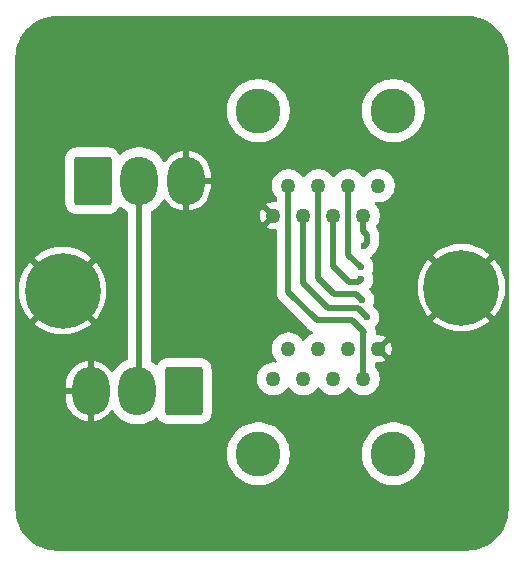
<source format=gbr>
%TF.GenerationSoftware,KiCad,Pcbnew,9.0.0*%
%TF.CreationDate,2025-04-07T00:56:54-07:00*%
%TF.ProjectId,Motor_quick_connect,4d6f746f-725f-4717-9569-636b5f636f6e,rev?*%
%TF.SameCoordinates,Original*%
%TF.FileFunction,Copper,L1,Top*%
%TF.FilePolarity,Positive*%
%FSLAX46Y46*%
G04 Gerber Fmt 4.6, Leading zero omitted, Abs format (unit mm)*
G04 Created by KiCad (PCBNEW 9.0.0) date 2025-04-07 00:56:54*
%MOMM*%
%LPD*%
G01*
G04 APERTURE LIST*
G04 Aperture macros list*
%AMRoundRect*
0 Rectangle with rounded corners*
0 $1 Rounding radius*
0 $2 $3 $4 $5 $6 $7 $8 $9 X,Y pos of 4 corners*
0 Add a 4 corners polygon primitive as box body*
4,1,4,$2,$3,$4,$5,$6,$7,$8,$9,$2,$3,0*
0 Add four circle primitives for the rounded corners*
1,1,$1+$1,$2,$3*
1,1,$1+$1,$4,$5*
1,1,$1+$1,$6,$7*
1,1,$1+$1,$8,$9*
0 Add four rect primitives between the rounded corners*
20,1,$1+$1,$2,$3,$4,$5,0*
20,1,$1+$1,$4,$5,$6,$7,0*
20,1,$1+$1,$6,$7,$8,$9,0*
20,1,$1+$1,$8,$9,$2,$3,0*%
G04 Aperture macros list end*
%TA.AperFunction,ComponentPad*%
%ADD10C,3.600000*%
%TD*%
%TA.AperFunction,ConnectorPad*%
%ADD11C,6.400000*%
%TD*%
%TA.AperFunction,ComponentPad*%
%ADD12RoundRect,0.250000X-1.330000X-1.800000X1.330000X-1.800000X1.330000X1.800000X-1.330000X1.800000X0*%
%TD*%
%TA.AperFunction,ComponentPad*%
%ADD13O,3.160000X4.100000*%
%TD*%
%TA.AperFunction,ComponentPad*%
%ADD14C,1.270000*%
%TD*%
%TA.AperFunction,ComponentPad*%
%ADD15C,3.810000*%
%TD*%
%TA.AperFunction,ComponentPad*%
%ADD16RoundRect,0.250000X1.330000X1.800000X-1.330000X1.800000X-1.330000X-1.800000X1.330000X-1.800000X0*%
%TD*%
%TA.AperFunction,ViaPad*%
%ADD17C,0.600000*%
%TD*%
%TA.AperFunction,Conductor*%
%ADD18C,0.500000*%
%TD*%
G04 APERTURE END LIST*
D10*
%TO.P,H2,1,1*%
%TO.N,GND*%
X75750000Y-57750000D03*
D11*
X75750000Y-57750000D03*
%TD*%
D12*
%TO.P,J3,1,Pin_1*%
%TO.N,/Sin0*%
X44530000Y-48675000D03*
D13*
%TO.P,J3,2,Pin_2*%
%TO.N,/Cos0*%
X48490000Y-48675000D03*
%TO.P,J3,3,Pin_3*%
%TO.N,GND*%
X52450000Y-48675000D03*
%TD*%
D14*
%TO.P,J4,1,1*%
%TO.N,+5V*%
X59837700Y-65461300D03*
%TO.P,J4,2,2*%
%TO.N,/C_A0*%
X61107700Y-62921300D03*
%TO.P,J4,3,3*%
%TO.N,/C_B0*%
X62377700Y-65461300D03*
%TO.P,J4,4,4*%
%TO.N,/C_I0*%
X63647700Y-62921300D03*
%TO.P,J4,5,5*%
%TO.N,/SEA_I0*%
X64917700Y-65461300D03*
%TO.P,J4,6,6*%
%TO.N,/SEA_A0*%
X66187700Y-62921300D03*
%TO.P,J4,7,7*%
%TO.N,/SEA_B0*%
X67457700Y-65461300D03*
%TO.P,J4,8,8*%
%TO.N,GND*%
X68727700Y-62921300D03*
D15*
%TO.P,J4,9*%
%TO.N,N/C*%
X58567700Y-71811300D03*
%TO.P,J4,10*%
X69997700Y-71811300D03*
%TD*%
D16*
%TO.P,J11,1,Pin_1*%
%TO.N,/Sin0*%
X52280000Y-66500000D03*
D13*
%TO.P,J11,2,Pin_2*%
%TO.N,/Cos0*%
X48320000Y-66500000D03*
%TO.P,J11,3,Pin_3*%
%TO.N,GND*%
X44360000Y-66500000D03*
%TD*%
D10*
%TO.P,H1,1,1*%
%TO.N,GND*%
X42000000Y-58000000D03*
D11*
X42000000Y-58000000D03*
%TD*%
D14*
%TO.P,J6,1,1*%
%TO.N,+5V*%
X68730000Y-49100000D03*
%TO.P,J6,2,2*%
%TO.N,/C_A0*%
X67460000Y-51640000D03*
%TO.P,J6,3,3*%
%TO.N,/C_B0*%
X66190000Y-49100000D03*
%TO.P,J6,4,4*%
%TO.N,/C_I0*%
X64920000Y-51640000D03*
%TO.P,J6,5,5*%
%TO.N,/SEA_I0*%
X63650000Y-49100000D03*
%TO.P,J6,6,6*%
%TO.N,/SEA_A0*%
X62380000Y-51640000D03*
%TO.P,J6,7,7*%
%TO.N,/SEA_B0*%
X61110000Y-49100000D03*
%TO.P,J6,8,8*%
%TO.N,GND*%
X59840000Y-51640000D03*
D15*
%TO.P,J6,9*%
%TO.N,N/C*%
X70000000Y-42750000D03*
%TO.P,J6,10*%
X58570000Y-42750000D03*
%TD*%
D17*
%TO.N,/C_A0*%
X67500000Y-54250000D03*
%TO.N,/C_B0*%
X67250000Y-56000000D03*
%TO.N,/C_I0*%
X67250000Y-57000000D03*
%TO.N,/SEA_A0*%
X67750000Y-60250000D03*
%TO.N,/SEA_I0*%
X67310662Y-58750000D03*
%TD*%
D18*
%TO.N,/C_A0*%
X67460000Y-51640000D02*
X67460000Y-52960000D01*
X67750000Y-53250000D02*
X67750000Y-54000000D01*
X67460000Y-52960000D02*
X67750000Y-53250000D01*
X67750000Y-54000000D02*
X67500000Y-54250000D01*
%TO.N,/C_B0*%
X67250000Y-56000000D02*
X66190000Y-54940000D01*
X66190000Y-54940000D02*
X66190000Y-49100000D01*
%TO.N,/C_I0*%
X66250000Y-57250000D02*
X64920000Y-55920000D01*
X67250000Y-57000000D02*
X67000000Y-57250000D01*
X67000000Y-57250000D02*
X66250000Y-57250000D01*
X64920000Y-55920000D02*
X64920000Y-51640000D01*
%TO.N,/Cos0*%
X48490000Y-48675000D02*
X48490000Y-66330000D01*
X48490000Y-66330000D02*
X48320000Y-66500000D01*
%TO.N,/SEA_A0*%
X62380000Y-57380000D02*
X62380000Y-51640000D01*
X67000000Y-59500000D02*
X64500000Y-59500000D01*
X67750000Y-60250000D02*
X67000000Y-59500000D01*
X64500000Y-59500000D02*
X62380000Y-57380000D01*
%TO.N,/SEA_B0*%
X67457700Y-61542300D02*
X67457700Y-65461300D01*
X61110000Y-58110000D02*
X61110000Y-49100000D01*
X67500000Y-61500000D02*
X66500000Y-60500000D01*
X67500000Y-61500000D02*
X67457700Y-61542300D01*
X63500000Y-60500000D02*
X61110000Y-58110000D01*
X66500000Y-60500000D02*
X63500000Y-60500000D01*
%TO.N,/SEA_I0*%
X63650000Y-56900000D02*
X63650000Y-49100000D01*
X66810662Y-58250000D02*
X65000000Y-58250000D01*
X65000000Y-58250000D02*
X63650000Y-56900000D01*
X67310662Y-58750000D02*
X66810662Y-58250000D01*
%TD*%
%TA.AperFunction,Conductor*%
%TO.N,GND*%
G36*
X76253032Y-34750648D02*
G01*
X76586929Y-34767052D01*
X76599037Y-34768245D01*
X76702146Y-34783539D01*
X76926699Y-34816849D01*
X76938617Y-34819219D01*
X77259951Y-34899709D01*
X77271588Y-34903240D01*
X77342806Y-34928722D01*
X77583467Y-35014832D01*
X77594688Y-35019479D01*
X77894163Y-35161120D01*
X77904871Y-35166844D01*
X78188988Y-35337137D01*
X78199106Y-35343897D01*
X78465170Y-35541224D01*
X78474576Y-35548944D01*
X78720013Y-35771395D01*
X78728604Y-35779986D01*
X78915755Y-35986475D01*
X78951055Y-36025423D01*
X78958775Y-36034829D01*
X79156102Y-36300893D01*
X79162862Y-36311011D01*
X79291776Y-36526092D01*
X79333148Y-36595116D01*
X79338885Y-36605848D01*
X79480514Y-36905297D01*
X79485170Y-36916540D01*
X79596759Y-37228411D01*
X79600292Y-37240055D01*
X79680777Y-37561369D01*
X79683151Y-37573305D01*
X79731754Y-37900962D01*
X79732947Y-37913071D01*
X79749351Y-38246966D01*
X79749500Y-38253051D01*
X79749500Y-76496948D01*
X79749351Y-76503033D01*
X79732947Y-76836928D01*
X79731754Y-76849037D01*
X79683151Y-77176694D01*
X79680777Y-77188630D01*
X79600292Y-77509944D01*
X79596759Y-77521588D01*
X79485170Y-77833459D01*
X79480514Y-77844702D01*
X79338885Y-78144151D01*
X79333148Y-78154883D01*
X79162862Y-78438988D01*
X79156102Y-78449106D01*
X78958775Y-78715170D01*
X78951055Y-78724576D01*
X78728611Y-78970006D01*
X78720006Y-78978611D01*
X78474576Y-79201055D01*
X78465170Y-79208775D01*
X78199106Y-79406102D01*
X78188988Y-79412862D01*
X77904883Y-79583148D01*
X77894151Y-79588885D01*
X77594702Y-79730514D01*
X77583459Y-79735170D01*
X77271588Y-79846759D01*
X77259944Y-79850292D01*
X76938630Y-79930777D01*
X76926694Y-79933151D01*
X76599037Y-79981754D01*
X76586928Y-79982947D01*
X76271989Y-79998419D01*
X76253031Y-79999351D01*
X76246949Y-79999500D01*
X41503051Y-79999500D01*
X41496968Y-79999351D01*
X41476900Y-79998365D01*
X41163071Y-79982947D01*
X41150962Y-79981754D01*
X40823305Y-79933151D01*
X40811369Y-79930777D01*
X40490055Y-79850292D01*
X40478411Y-79846759D01*
X40166540Y-79735170D01*
X40155301Y-79730515D01*
X39855844Y-79588883D01*
X39845121Y-79583150D01*
X39561011Y-79412862D01*
X39550893Y-79406102D01*
X39284829Y-79208775D01*
X39275423Y-79201055D01*
X39236475Y-79165755D01*
X39029986Y-78978604D01*
X39021395Y-78970013D01*
X38798944Y-78724576D01*
X38791224Y-78715170D01*
X38593897Y-78449106D01*
X38587137Y-78438988D01*
X38416844Y-78154871D01*
X38411120Y-78144163D01*
X38269479Y-77844688D01*
X38264829Y-77833459D01*
X38153240Y-77521588D01*
X38149707Y-77509944D01*
X38140958Y-77475015D01*
X38069219Y-77188617D01*
X38066848Y-77176694D01*
X38018245Y-76849037D01*
X38017052Y-76836927D01*
X38000649Y-76503032D01*
X38000500Y-76496948D01*
X38000500Y-71662165D01*
X55912200Y-71662165D01*
X55912200Y-71960434D01*
X55945593Y-72256801D01*
X55945595Y-72256813D01*
X56011964Y-72547597D01*
X56110472Y-72829118D01*
X56239880Y-73097836D01*
X56239882Y-73097839D01*
X56398566Y-73350383D01*
X56584527Y-73583571D01*
X56795429Y-73794473D01*
X57028617Y-73980434D01*
X57281161Y-74139118D01*
X57549883Y-74268528D01*
X57831402Y-74367035D01*
X57831404Y-74367035D01*
X57831405Y-74367036D01*
X58122186Y-74433405D01*
X58418565Y-74466799D01*
X58418566Y-74466800D01*
X58418570Y-74466800D01*
X58716834Y-74466800D01*
X58716834Y-74466799D01*
X59013214Y-74433405D01*
X59303995Y-74367036D01*
X59585517Y-74268528D01*
X59854239Y-74139118D01*
X60106783Y-73980434D01*
X60339971Y-73794473D01*
X60550873Y-73583571D01*
X60736834Y-73350383D01*
X60895518Y-73097839D01*
X61024928Y-72829117D01*
X61123436Y-72547595D01*
X61189805Y-72256814D01*
X61223200Y-71960430D01*
X61223200Y-71662170D01*
X61223199Y-71662165D01*
X67342200Y-71662165D01*
X67342200Y-71960434D01*
X67375593Y-72256801D01*
X67375595Y-72256813D01*
X67441964Y-72547597D01*
X67540472Y-72829118D01*
X67669880Y-73097836D01*
X67669882Y-73097839D01*
X67828566Y-73350383D01*
X68014527Y-73583571D01*
X68225429Y-73794473D01*
X68458617Y-73980434D01*
X68711161Y-74139118D01*
X68979883Y-74268528D01*
X69261402Y-74367035D01*
X69261404Y-74367035D01*
X69261405Y-74367036D01*
X69552186Y-74433405D01*
X69848565Y-74466799D01*
X69848566Y-74466800D01*
X69848570Y-74466800D01*
X70146834Y-74466800D01*
X70146834Y-74466799D01*
X70443214Y-74433405D01*
X70733995Y-74367036D01*
X71015517Y-74268528D01*
X71284239Y-74139118D01*
X71536783Y-73980434D01*
X71769971Y-73794473D01*
X71980873Y-73583571D01*
X72166834Y-73350383D01*
X72325518Y-73097839D01*
X72454928Y-72829117D01*
X72553436Y-72547595D01*
X72619805Y-72256814D01*
X72653200Y-71960430D01*
X72653200Y-71662170D01*
X72619805Y-71365786D01*
X72553436Y-71075005D01*
X72454928Y-70793483D01*
X72325518Y-70524761D01*
X72166834Y-70272217D01*
X71980873Y-70039029D01*
X71769971Y-69828127D01*
X71536783Y-69642166D01*
X71284239Y-69483482D01*
X71284236Y-69483480D01*
X71015518Y-69354072D01*
X70733996Y-69255564D01*
X70733998Y-69255564D01*
X70515909Y-69205787D01*
X70443214Y-69189195D01*
X70443210Y-69189194D01*
X70443201Y-69189193D01*
X70146834Y-69155800D01*
X70146830Y-69155800D01*
X69848570Y-69155800D01*
X69848566Y-69155800D01*
X69552198Y-69189193D01*
X69552186Y-69189195D01*
X69261402Y-69255564D01*
X68979881Y-69354072D01*
X68711163Y-69483480D01*
X68458618Y-69642165D01*
X68225429Y-69828126D01*
X68014526Y-70039029D01*
X67828565Y-70272218D01*
X67669880Y-70524763D01*
X67540472Y-70793481D01*
X67441964Y-71075002D01*
X67375595Y-71365786D01*
X67375593Y-71365798D01*
X67342200Y-71662165D01*
X61223199Y-71662165D01*
X61189805Y-71365786D01*
X61123436Y-71075005D01*
X61024928Y-70793483D01*
X60895518Y-70524761D01*
X60736834Y-70272217D01*
X60550873Y-70039029D01*
X60339971Y-69828127D01*
X60106783Y-69642166D01*
X59854239Y-69483482D01*
X59854236Y-69483480D01*
X59585518Y-69354072D01*
X59303996Y-69255564D01*
X59303998Y-69255564D01*
X59085909Y-69205787D01*
X59013214Y-69189195D01*
X59013210Y-69189194D01*
X59013201Y-69189193D01*
X58716834Y-69155800D01*
X58716830Y-69155800D01*
X58418570Y-69155800D01*
X58418566Y-69155800D01*
X58122198Y-69189193D01*
X58122186Y-69189195D01*
X57831402Y-69255564D01*
X57549881Y-69354072D01*
X57281163Y-69483480D01*
X57028618Y-69642165D01*
X56795429Y-69828126D01*
X56584526Y-70039029D01*
X56398565Y-70272218D01*
X56239880Y-70524763D01*
X56110472Y-70793481D01*
X56011964Y-71075002D01*
X55945595Y-71365786D01*
X55945593Y-71365798D01*
X55912200Y-71662165D01*
X38000500Y-71662165D01*
X38000500Y-57818234D01*
X38300000Y-57818234D01*
X38300000Y-58181765D01*
X38335632Y-58543556D01*
X38406550Y-58900090D01*
X38406553Y-58900101D01*
X38512086Y-59247997D01*
X38651207Y-59583864D01*
X38651209Y-59583869D01*
X38822570Y-59904462D01*
X38822581Y-59904480D01*
X39024551Y-60206750D01*
X39211678Y-60434765D01*
X39211679Y-60434766D01*
X40705747Y-58940697D01*
X40779588Y-59042330D01*
X40957670Y-59220412D01*
X41059301Y-59294251D01*
X39565232Y-60788319D01*
X39565233Y-60788320D01*
X39793249Y-60975448D01*
X40095519Y-61177418D01*
X40095537Y-61177429D01*
X40416130Y-61348790D01*
X40416135Y-61348792D01*
X40752002Y-61487913D01*
X41099898Y-61593446D01*
X41099909Y-61593449D01*
X41456443Y-61664367D01*
X41818234Y-61700000D01*
X42181766Y-61700000D01*
X42543556Y-61664367D01*
X42900090Y-61593449D01*
X42900101Y-61593446D01*
X43247997Y-61487913D01*
X43583864Y-61348792D01*
X43583869Y-61348790D01*
X43904462Y-61177429D01*
X43904480Y-61177418D01*
X44206736Y-60975457D01*
X44206750Y-60975447D01*
X44434765Y-60788320D01*
X44434766Y-60788319D01*
X42940698Y-59294251D01*
X43042330Y-59220412D01*
X43220412Y-59042330D01*
X43294251Y-58940698D01*
X44788319Y-60434766D01*
X44788320Y-60434765D01*
X44975447Y-60206750D01*
X44975457Y-60206736D01*
X45177418Y-59904480D01*
X45177429Y-59904462D01*
X45348790Y-59583869D01*
X45348792Y-59583864D01*
X45487913Y-59247997D01*
X45593446Y-58900101D01*
X45593449Y-58900090D01*
X45664367Y-58543556D01*
X45700000Y-58181765D01*
X45700000Y-57818234D01*
X45664367Y-57456443D01*
X45593449Y-57099909D01*
X45593446Y-57099898D01*
X45487913Y-56752002D01*
X45348792Y-56416135D01*
X45348790Y-56416130D01*
X45177429Y-56095537D01*
X45177418Y-56095519D01*
X44975448Y-55793249D01*
X44788320Y-55565233D01*
X44788319Y-55565232D01*
X43294251Y-57059300D01*
X43220412Y-56957670D01*
X43042330Y-56779588D01*
X42940698Y-56705748D01*
X44434766Y-55211679D01*
X44434765Y-55211678D01*
X44206750Y-55024551D01*
X43904480Y-54822581D01*
X43904462Y-54822570D01*
X43583869Y-54651209D01*
X43583864Y-54651207D01*
X43247997Y-54512086D01*
X42900101Y-54406553D01*
X42900090Y-54406550D01*
X42543556Y-54335632D01*
X42181766Y-54300000D01*
X41818234Y-54300000D01*
X41456443Y-54335632D01*
X41099909Y-54406550D01*
X41099898Y-54406553D01*
X40752002Y-54512086D01*
X40416135Y-54651207D01*
X40416130Y-54651209D01*
X40095537Y-54822570D01*
X40095519Y-54822581D01*
X39793258Y-55024545D01*
X39793254Y-55024548D01*
X39565233Y-55211679D01*
X39565233Y-55211680D01*
X41059301Y-56705748D01*
X40957670Y-56779588D01*
X40779588Y-56957670D01*
X40705748Y-57059301D01*
X39211680Y-55565233D01*
X39211679Y-55565233D01*
X39024548Y-55793254D01*
X39024545Y-55793258D01*
X38822581Y-56095519D01*
X38822570Y-56095537D01*
X38651209Y-56416130D01*
X38651207Y-56416135D01*
X38512086Y-56752002D01*
X38406553Y-57099898D01*
X38406550Y-57099909D01*
X38335632Y-57456443D01*
X38300000Y-57818234D01*
X38000500Y-57818234D01*
X38000500Y-46816966D01*
X42199500Y-46816966D01*
X42199500Y-50533028D01*
X42199501Y-50533034D01*
X42210113Y-50652415D01*
X42266089Y-50848045D01*
X42266090Y-50848048D01*
X42266091Y-50848049D01*
X42360302Y-51028407D01*
X42394977Y-51070933D01*
X42488890Y-51186109D01*
X42533635Y-51222593D01*
X42646593Y-51314698D01*
X42826951Y-51408909D01*
X43022582Y-51464886D01*
X43141963Y-51475500D01*
X45918036Y-51475499D01*
X46037418Y-51464886D01*
X46233049Y-51408909D01*
X46413407Y-51314698D01*
X46571109Y-51186109D01*
X46699698Y-51028407D01*
X46751176Y-50929856D01*
X46799660Y-50879552D01*
X46867648Y-50863444D01*
X46933551Y-50886650D01*
X46948764Y-50899589D01*
X46950092Y-50900917D01*
X46950099Y-50900923D01*
X47092483Y-51010178D01*
X47192466Y-51086897D01*
X47427502Y-51222595D01*
X47475716Y-51273160D01*
X47489500Y-51329980D01*
X47489500Y-63768635D01*
X47469815Y-63835674D01*
X47417011Y-63881429D01*
X47412953Y-63883196D01*
X47287039Y-63935351D01*
X47287027Y-63935357D01*
X47049851Y-64072292D01*
X47029083Y-64084283D01*
X47022461Y-64088106D01*
X46780099Y-64274076D01*
X46780092Y-64274082D01*
X46564082Y-64490092D01*
X46564076Y-64490099D01*
X46378104Y-64732464D01*
X46302530Y-64863359D01*
X46251963Y-64911574D01*
X46183356Y-64924796D01*
X46118491Y-64898828D01*
X46096192Y-64874730D01*
X46095640Y-64875155D01*
X45927181Y-64655617D01*
X45927174Y-64655609D01*
X45734391Y-64462826D01*
X45734382Y-64462818D01*
X45518066Y-64296831D01*
X45281937Y-64160503D01*
X45281927Y-64160499D01*
X45030029Y-64056159D01*
X44766655Y-63985588D01*
X44610000Y-63964963D01*
X44610000Y-65683519D01*
X44607936Y-65682665D01*
X44443718Y-65650000D01*
X44276282Y-65650000D01*
X44112064Y-65682665D01*
X44110000Y-65683519D01*
X44110000Y-63964963D01*
X44109999Y-63964963D01*
X43953344Y-63985588D01*
X43689970Y-64056159D01*
X43438072Y-64160499D01*
X43438062Y-64160503D01*
X43201933Y-64296831D01*
X42985617Y-64462818D01*
X42792818Y-64655617D01*
X42626831Y-64871933D01*
X42490503Y-65108062D01*
X42490499Y-65108072D01*
X42386159Y-65359970D01*
X42315588Y-65623344D01*
X42280000Y-65893669D01*
X42280000Y-66250000D01*
X43543520Y-66250000D01*
X43542665Y-66252064D01*
X43510000Y-66416282D01*
X43510000Y-66583718D01*
X43542665Y-66747936D01*
X43543520Y-66750000D01*
X42280000Y-66750000D01*
X42280000Y-67106330D01*
X42315588Y-67376655D01*
X42386159Y-67640029D01*
X42490499Y-67891927D01*
X42490503Y-67891937D01*
X42626831Y-68128066D01*
X42792818Y-68344382D01*
X42792826Y-68344391D01*
X42985609Y-68537174D01*
X42985617Y-68537181D01*
X43201933Y-68703168D01*
X43438062Y-68839496D01*
X43438072Y-68839500D01*
X43689970Y-68943840D01*
X43953344Y-69014411D01*
X44110000Y-69035034D01*
X44110000Y-67316480D01*
X44112064Y-67317335D01*
X44276282Y-67350000D01*
X44443718Y-67350000D01*
X44607936Y-67317335D01*
X44610000Y-67316480D01*
X44610000Y-69035033D01*
X44766655Y-69014411D01*
X45030029Y-68943840D01*
X45281927Y-68839500D01*
X45281937Y-68839496D01*
X45518066Y-68703168D01*
X45734382Y-68537181D01*
X45734391Y-68537174D01*
X45927174Y-68344391D01*
X45927181Y-68344382D01*
X46095640Y-68124845D01*
X46096832Y-68125760D01*
X46145613Y-68084963D01*
X46214934Y-68076230D01*
X46277973Y-68106362D01*
X46302531Y-68136640D01*
X46378103Y-68267534D01*
X46378106Y-68267539D01*
X46378108Y-68267541D01*
X46564076Y-68509900D01*
X46564082Y-68509907D01*
X46780092Y-68725917D01*
X46780098Y-68725922D01*
X47022466Y-68911897D01*
X47192506Y-69010070D01*
X47287027Y-69064642D01*
X47287032Y-69064644D01*
X47287035Y-69064646D01*
X47287039Y-69064647D01*
X47287044Y-69064650D01*
X47376555Y-69101726D01*
X47569278Y-69181555D01*
X47864367Y-69260624D01*
X48086623Y-69289885D01*
X48167235Y-69300498D01*
X48167251Y-69300500D01*
X48167258Y-69300500D01*
X48472742Y-69300500D01*
X48472749Y-69300500D01*
X48775633Y-69260624D01*
X49070722Y-69181555D01*
X49352965Y-69064646D01*
X49617534Y-68911897D01*
X49859902Y-68725922D01*
X49861228Y-68724595D01*
X49861720Y-68724326D01*
X49862946Y-68723252D01*
X49863121Y-68723452D01*
X49863123Y-68723451D01*
X49863140Y-68723473D01*
X49863186Y-68723526D01*
X49922543Y-68691106D01*
X49992236Y-68696082D01*
X50048174Y-68737947D01*
X50058821Y-68754852D01*
X50103036Y-68839496D01*
X50110302Y-68853407D01*
X50238890Y-69011109D01*
X50304544Y-69064642D01*
X50396593Y-69139698D01*
X50576951Y-69233909D01*
X50772582Y-69289886D01*
X50891963Y-69300500D01*
X53668036Y-69300499D01*
X53787418Y-69289886D01*
X53983049Y-69233909D01*
X54163407Y-69139698D01*
X54321109Y-69011109D01*
X54449698Y-68853407D01*
X54543909Y-68673049D01*
X54599886Y-68477418D01*
X54610500Y-68358037D01*
X54610499Y-65352259D01*
X58452200Y-65352259D01*
X58452200Y-65570340D01*
X58486316Y-65785739D01*
X58553708Y-65993151D01*
X58606813Y-66097374D01*
X58652714Y-66187460D01*
X58780900Y-66363893D01*
X58935107Y-66518100D01*
X59111540Y-66646286D01*
X59203345Y-66693063D01*
X59305848Y-66745291D01*
X59305850Y-66745291D01*
X59305853Y-66745293D01*
X59513261Y-66812684D01*
X59728659Y-66846800D01*
X59728660Y-66846800D01*
X59946740Y-66846800D01*
X59946741Y-66846800D01*
X60162139Y-66812684D01*
X60369547Y-66745293D01*
X60563860Y-66646286D01*
X60740293Y-66518100D01*
X60894500Y-66363893D01*
X61007382Y-66208523D01*
X61062712Y-66165858D01*
X61132325Y-66159879D01*
X61194120Y-66192485D01*
X61208017Y-66208523D01*
X61320900Y-66363893D01*
X61475107Y-66518100D01*
X61651540Y-66646286D01*
X61743345Y-66693063D01*
X61845848Y-66745291D01*
X61845850Y-66745291D01*
X61845853Y-66745293D01*
X62053261Y-66812684D01*
X62268659Y-66846800D01*
X62268660Y-66846800D01*
X62486740Y-66846800D01*
X62486741Y-66846800D01*
X62702139Y-66812684D01*
X62909547Y-66745293D01*
X63103860Y-66646286D01*
X63280293Y-66518100D01*
X63434500Y-66363893D01*
X63547382Y-66208523D01*
X63602712Y-66165858D01*
X63672325Y-66159879D01*
X63734120Y-66192485D01*
X63748017Y-66208523D01*
X63860900Y-66363893D01*
X64015107Y-66518100D01*
X64191540Y-66646286D01*
X64283345Y-66693063D01*
X64385848Y-66745291D01*
X64385850Y-66745291D01*
X64385853Y-66745293D01*
X64593261Y-66812684D01*
X64808659Y-66846800D01*
X64808660Y-66846800D01*
X65026740Y-66846800D01*
X65026741Y-66846800D01*
X65242139Y-66812684D01*
X65449547Y-66745293D01*
X65643860Y-66646286D01*
X65820293Y-66518100D01*
X65974500Y-66363893D01*
X66087382Y-66208523D01*
X66142712Y-66165858D01*
X66212325Y-66159879D01*
X66274120Y-66192485D01*
X66288017Y-66208523D01*
X66400900Y-66363893D01*
X66555107Y-66518100D01*
X66731540Y-66646286D01*
X66823345Y-66693063D01*
X66925848Y-66745291D01*
X66925850Y-66745291D01*
X66925853Y-66745293D01*
X67133261Y-66812684D01*
X67348659Y-66846800D01*
X67348660Y-66846800D01*
X67566740Y-66846800D01*
X67566741Y-66846800D01*
X67782139Y-66812684D01*
X67989547Y-66745293D01*
X68183860Y-66646286D01*
X68360293Y-66518100D01*
X68514500Y-66363893D01*
X68642686Y-66187460D01*
X68741693Y-65993147D01*
X68809084Y-65785739D01*
X68843200Y-65570341D01*
X68843200Y-65352259D01*
X68809084Y-65136861D01*
X68741693Y-64929453D01*
X68741691Y-64929450D01*
X68741691Y-64929448D01*
X68689463Y-64826945D01*
X68642686Y-64735140D01*
X68514500Y-64558707D01*
X68494519Y-64538726D01*
X68461034Y-64477403D01*
X68458200Y-64451045D01*
X68458200Y-64172949D01*
X68477885Y-64105910D01*
X68530689Y-64060155D01*
X68599847Y-64050211D01*
X68601598Y-64050476D01*
X68638369Y-64056300D01*
X68817031Y-64056300D01*
X68993480Y-64028353D01*
X69163393Y-63973144D01*
X69322567Y-63892039D01*
X69322572Y-63892037D01*
X69335494Y-63882648D01*
X68755146Y-63302300D01*
X68777860Y-63302300D01*
X68874761Y-63276336D01*
X68961640Y-63226176D01*
X69032576Y-63155240D01*
X69082736Y-63068361D01*
X69108700Y-62971460D01*
X69108700Y-62948746D01*
X69689048Y-63529094D01*
X69698437Y-63516172D01*
X69698439Y-63516167D01*
X69779544Y-63356993D01*
X69834753Y-63187080D01*
X69862700Y-63010631D01*
X69862700Y-62831968D01*
X69834753Y-62655519D01*
X69779544Y-62485606D01*
X69698438Y-62326429D01*
X69689047Y-62313505D01*
X69108700Y-62893852D01*
X69108700Y-62871140D01*
X69082736Y-62774239D01*
X69032576Y-62687360D01*
X68961640Y-62616424D01*
X68874761Y-62566264D01*
X68777860Y-62540300D01*
X68755146Y-62540300D01*
X69335494Y-61959951D01*
X69322569Y-61950560D01*
X69163393Y-61869455D01*
X68993480Y-61814246D01*
X68817031Y-61786300D01*
X68638362Y-61786300D01*
X68633165Y-61787123D01*
X68563872Y-61778161D01*
X68510425Y-61733159D01*
X68489792Y-61666405D01*
X68492162Y-61640462D01*
X68500501Y-61598541D01*
X68500501Y-61401460D01*
X68500501Y-61401457D01*
X68500500Y-61401455D01*
X68497552Y-61386635D01*
X68462052Y-61208165D01*
X68439694Y-61154190D01*
X68432226Y-61084721D01*
X68463501Y-61022242D01*
X68466547Y-61019084D01*
X68565977Y-60919655D01*
X68680941Y-60747598D01*
X68760130Y-60556420D01*
X68800500Y-60353465D01*
X68800500Y-60146535D01*
X68760130Y-59943580D01*
X68680941Y-59752402D01*
X68565977Y-59580345D01*
X68565975Y-59580342D01*
X68419657Y-59434024D01*
X68304333Y-59356968D01*
X68259527Y-59303355D01*
X68250820Y-59234031D01*
X68258660Y-59206418D01*
X68320792Y-59056420D01*
X68361162Y-58853465D01*
X68361162Y-58646535D01*
X68320792Y-58443580D01*
X68241603Y-58252402D01*
X68126639Y-58080345D01*
X68126637Y-58080342D01*
X67978644Y-57932349D01*
X67945159Y-57871026D01*
X67950143Y-57801334D01*
X67978643Y-57756988D01*
X68065977Y-57669655D01*
X68133744Y-57568234D01*
X72050000Y-57568234D01*
X72050000Y-57931765D01*
X72085632Y-58293556D01*
X72156550Y-58650090D01*
X72156553Y-58650101D01*
X72262086Y-58997997D01*
X72401207Y-59333864D01*
X72401209Y-59333869D01*
X72572570Y-59654462D01*
X72572581Y-59654480D01*
X72774551Y-59956750D01*
X72961678Y-60184765D01*
X72961679Y-60184766D01*
X74455747Y-58690697D01*
X74529588Y-58792330D01*
X74707670Y-58970412D01*
X74809301Y-59044251D01*
X73315232Y-60538319D01*
X73315233Y-60538320D01*
X73543249Y-60725448D01*
X73845519Y-60927418D01*
X73845537Y-60927429D01*
X74166130Y-61098790D01*
X74166135Y-61098792D01*
X74502002Y-61237913D01*
X74849898Y-61343446D01*
X74849909Y-61343449D01*
X75206443Y-61414367D01*
X75568234Y-61450000D01*
X75931766Y-61450000D01*
X76293556Y-61414367D01*
X76650090Y-61343449D01*
X76650101Y-61343446D01*
X76997997Y-61237913D01*
X77333864Y-61098792D01*
X77333869Y-61098790D01*
X77654462Y-60927429D01*
X77654480Y-60927418D01*
X77956736Y-60725457D01*
X77956750Y-60725447D01*
X78184765Y-60538320D01*
X78184766Y-60538319D01*
X76690698Y-59044251D01*
X76792330Y-58970412D01*
X76970412Y-58792330D01*
X77044251Y-58690698D01*
X78538319Y-60184766D01*
X78538320Y-60184765D01*
X78725447Y-59956750D01*
X78725457Y-59956736D01*
X78927418Y-59654480D01*
X78927429Y-59654462D01*
X79098790Y-59333869D01*
X79098792Y-59333864D01*
X79237913Y-58997997D01*
X79343446Y-58650101D01*
X79343449Y-58650090D01*
X79414367Y-58293556D01*
X79450000Y-57931765D01*
X79450000Y-57568234D01*
X79414367Y-57206443D01*
X79343449Y-56849909D01*
X79343446Y-56849898D01*
X79237913Y-56502002D01*
X79098792Y-56166135D01*
X79098790Y-56166130D01*
X78927429Y-55845537D01*
X78927418Y-55845519D01*
X78725448Y-55543249D01*
X78538320Y-55315233D01*
X78538319Y-55315232D01*
X77044251Y-56809300D01*
X76970412Y-56707670D01*
X76792330Y-56529588D01*
X76690698Y-56455748D01*
X78184766Y-54961679D01*
X78184765Y-54961678D01*
X77956750Y-54774551D01*
X77654480Y-54572581D01*
X77654462Y-54572570D01*
X77333869Y-54401209D01*
X77333864Y-54401207D01*
X76997997Y-54262086D01*
X76650101Y-54156553D01*
X76650090Y-54156550D01*
X76293556Y-54085632D01*
X75931766Y-54050000D01*
X75568234Y-54050000D01*
X75206443Y-54085632D01*
X74849909Y-54156550D01*
X74849898Y-54156553D01*
X74502002Y-54262086D01*
X74166135Y-54401207D01*
X74166130Y-54401209D01*
X73845537Y-54572570D01*
X73845519Y-54572581D01*
X73543258Y-54774545D01*
X73543254Y-54774548D01*
X73315233Y-54961679D01*
X73315233Y-54961680D01*
X74809301Y-56455748D01*
X74707670Y-56529588D01*
X74529588Y-56707670D01*
X74455748Y-56809301D01*
X72961680Y-55315233D01*
X72961679Y-55315233D01*
X72774548Y-55543254D01*
X72774545Y-55543258D01*
X72572581Y-55845519D01*
X72572570Y-55845537D01*
X72401209Y-56166130D01*
X72401207Y-56166135D01*
X72262086Y-56502002D01*
X72156553Y-56849898D01*
X72156550Y-56849909D01*
X72085632Y-57206443D01*
X72050000Y-57568234D01*
X68133744Y-57568234D01*
X68180941Y-57497598D01*
X68260130Y-57306420D01*
X68300500Y-57103465D01*
X68300500Y-56896535D01*
X68260130Y-56693580D01*
X68199600Y-56547450D01*
X68192132Y-56477984D01*
X68199598Y-56452554D01*
X68260130Y-56306420D01*
X68300500Y-56103465D01*
X68300500Y-55896535D01*
X68260130Y-55693580D01*
X68180941Y-55502402D01*
X68065977Y-55330345D01*
X68065975Y-55330342D01*
X68055867Y-55320234D01*
X68022382Y-55258911D01*
X68027366Y-55189219D01*
X68069238Y-55133286D01*
X68074637Y-55129465D01*
X68169655Y-55065977D01*
X68211087Y-55024545D01*
X68312820Y-54922813D01*
X68315974Y-54919658D01*
X68315975Y-54919657D01*
X68315977Y-54919655D01*
X68430941Y-54747598D01*
X68431128Y-54747146D01*
X68431399Y-54746740D01*
X68433814Y-54742223D01*
X68434258Y-54742460D01*
X68458009Y-54706910D01*
X68527139Y-54637782D01*
X68611126Y-54512086D01*
X68636631Y-54473916D01*
X68636636Y-54473906D01*
X68712049Y-54291839D01*
X68712051Y-54291835D01*
X68750500Y-54098541D01*
X68750500Y-53151459D01*
X68750500Y-53151456D01*
X68712052Y-52958170D01*
X68712051Y-52958169D01*
X68712051Y-52958165D01*
X68712049Y-52958160D01*
X68636635Y-52776092D01*
X68636628Y-52776079D01*
X68545965Y-52640393D01*
X68525087Y-52573716D01*
X68543571Y-52506335D01*
X68548736Y-52498636D01*
X68644986Y-52366160D01*
X68743993Y-52171847D01*
X68811384Y-51964439D01*
X68845500Y-51749041D01*
X68845500Y-51530959D01*
X68811384Y-51315561D01*
X68743993Y-51108153D01*
X68743991Y-51108150D01*
X68743991Y-51108148D01*
X68644985Y-50913839D01*
X68635601Y-50900923D01*
X68516800Y-50737407D01*
X68467738Y-50688345D01*
X68434253Y-50627022D01*
X68439237Y-50557330D01*
X68481109Y-50501397D01*
X68546573Y-50476980D01*
X68574810Y-50478190D01*
X68620959Y-50485500D01*
X68620961Y-50485500D01*
X68839040Y-50485500D01*
X68839041Y-50485500D01*
X69054439Y-50451384D01*
X69261847Y-50383993D01*
X69456160Y-50284986D01*
X69632593Y-50156800D01*
X69786800Y-50002593D01*
X69914986Y-49826160D01*
X70013993Y-49631847D01*
X70081384Y-49424439D01*
X70115500Y-49209041D01*
X70115500Y-48990959D01*
X70081384Y-48775561D01*
X70013993Y-48568153D01*
X70013991Y-48568150D01*
X70013991Y-48568148D01*
X69941053Y-48425000D01*
X69914986Y-48373840D01*
X69786800Y-48197407D01*
X69632593Y-48043200D01*
X69456160Y-47915014D01*
X69261851Y-47816008D01*
X69054439Y-47748616D01*
X68839041Y-47714500D01*
X68620959Y-47714500D01*
X68513260Y-47731558D01*
X68405560Y-47748616D01*
X68198148Y-47816008D01*
X68003839Y-47915014D01*
X67827404Y-48043202D01*
X67673202Y-48197404D01*
X67560318Y-48352776D01*
X67504988Y-48395441D01*
X67435375Y-48401420D01*
X67373580Y-48368814D01*
X67359682Y-48352776D01*
X67246800Y-48197407D01*
X67092593Y-48043200D01*
X66916160Y-47915014D01*
X66721851Y-47816008D01*
X66514439Y-47748616D01*
X66299041Y-47714500D01*
X66080959Y-47714500D01*
X65973260Y-47731558D01*
X65865560Y-47748616D01*
X65658148Y-47816008D01*
X65463839Y-47915014D01*
X65287404Y-48043202D01*
X65133202Y-48197404D01*
X65020318Y-48352776D01*
X64964988Y-48395441D01*
X64895375Y-48401420D01*
X64833580Y-48368814D01*
X64819682Y-48352776D01*
X64706800Y-48197407D01*
X64552593Y-48043200D01*
X64376160Y-47915014D01*
X64181851Y-47816008D01*
X63974439Y-47748616D01*
X63759041Y-47714500D01*
X63540959Y-47714500D01*
X63433260Y-47731558D01*
X63325560Y-47748616D01*
X63118148Y-47816008D01*
X62923839Y-47915014D01*
X62747404Y-48043202D01*
X62593202Y-48197404D01*
X62480318Y-48352776D01*
X62424988Y-48395441D01*
X62355375Y-48401420D01*
X62293580Y-48368814D01*
X62279682Y-48352776D01*
X62166800Y-48197407D01*
X62012593Y-48043200D01*
X61836160Y-47915014D01*
X61641851Y-47816008D01*
X61434439Y-47748616D01*
X61219041Y-47714500D01*
X61000959Y-47714500D01*
X60893260Y-47731558D01*
X60785560Y-47748616D01*
X60578148Y-47816008D01*
X60383839Y-47915014D01*
X60207404Y-48043202D01*
X60053202Y-48197404D01*
X59925014Y-48373839D01*
X59826008Y-48568148D01*
X59758616Y-48775560D01*
X59724500Y-48990959D01*
X59724500Y-49209040D01*
X59758616Y-49424439D01*
X59826008Y-49631851D01*
X59910961Y-49798579D01*
X59925014Y-49826160D01*
X60053200Y-50002593D01*
X60053202Y-50002595D01*
X60073181Y-50022574D01*
X60106666Y-50083897D01*
X60109500Y-50110255D01*
X60109500Y-50388350D01*
X60089815Y-50455389D01*
X60037011Y-50501144D01*
X59967853Y-50511088D01*
X59966105Y-50510824D01*
X59929329Y-50505000D01*
X59750669Y-50505000D01*
X59574219Y-50532946D01*
X59404306Y-50588155D01*
X59245127Y-50669262D01*
X59232205Y-50678651D01*
X59232204Y-50678651D01*
X59812553Y-51259000D01*
X59789840Y-51259000D01*
X59692939Y-51284964D01*
X59606060Y-51335124D01*
X59535124Y-51406060D01*
X59484964Y-51492939D01*
X59459000Y-51589840D01*
X59459000Y-51612553D01*
X58878651Y-51032204D01*
X58878651Y-51032205D01*
X58869262Y-51045127D01*
X58788155Y-51204306D01*
X58732946Y-51374219D01*
X58705000Y-51550668D01*
X58705000Y-51729331D01*
X58732946Y-51905780D01*
X58788155Y-52075693D01*
X58869260Y-52234869D01*
X58878651Y-52247793D01*
X58878652Y-52247794D01*
X59459000Y-51667446D01*
X59459000Y-51690160D01*
X59484964Y-51787061D01*
X59535124Y-51873940D01*
X59606060Y-51944876D01*
X59692939Y-51995036D01*
X59789840Y-52021000D01*
X59812552Y-52021000D01*
X59232205Y-52601347D01*
X59232205Y-52601348D01*
X59245129Y-52610738D01*
X59404306Y-52691844D01*
X59574219Y-52747053D01*
X59750669Y-52775000D01*
X59929331Y-52775000D01*
X59966102Y-52769176D01*
X60035395Y-52778130D01*
X60088847Y-52823127D01*
X60109487Y-52889878D01*
X60109500Y-52891649D01*
X60109500Y-58208541D01*
X60109500Y-58208543D01*
X60109499Y-58208543D01*
X60147947Y-58401829D01*
X60147950Y-58401839D01*
X60223364Y-58583907D01*
X60223371Y-58583920D01*
X60332859Y-58747780D01*
X60332860Y-58747781D01*
X60332861Y-58747782D01*
X60472218Y-58887139D01*
X60472219Y-58887139D01*
X60479286Y-58894206D01*
X60479285Y-58894206D01*
X60479288Y-58894208D01*
X62722860Y-61137781D01*
X62722861Y-61137782D01*
X62793243Y-61208164D01*
X62862219Y-61277140D01*
X62961458Y-61343449D01*
X63026086Y-61386632D01*
X63026092Y-61386634D01*
X63026093Y-61386635D01*
X63098467Y-61416613D01*
X63152871Y-61460454D01*
X63174936Y-61526748D01*
X63157657Y-61594447D01*
X63107310Y-61641659D01*
X62921539Y-61736314D01*
X62745104Y-61864502D01*
X62590902Y-62018704D01*
X62478018Y-62174076D01*
X62422688Y-62216741D01*
X62353075Y-62222720D01*
X62291280Y-62190114D01*
X62277382Y-62174076D01*
X62164500Y-62018707D01*
X62010293Y-61864500D01*
X61833860Y-61736314D01*
X61827668Y-61733159D01*
X61639551Y-61637308D01*
X61432139Y-61569916D01*
X61325696Y-61553057D01*
X61216741Y-61535800D01*
X60998659Y-61535800D01*
X60890960Y-61552858D01*
X60783260Y-61569916D01*
X60575848Y-61637308D01*
X60381539Y-61736314D01*
X60205104Y-61864502D01*
X60050902Y-62018704D01*
X59922714Y-62195139D01*
X59823708Y-62389448D01*
X59756316Y-62596860D01*
X59756316Y-62596861D01*
X59722200Y-62812259D01*
X59722200Y-63030341D01*
X59756316Y-63245739D01*
X59823708Y-63453151D01*
X59908661Y-63619879D01*
X59922714Y-63647460D01*
X60050900Y-63823893D01*
X60050902Y-63823895D01*
X60099961Y-63872954D01*
X60133446Y-63934277D01*
X60128462Y-64003969D01*
X60086590Y-64059902D01*
X60021126Y-64084319D01*
X59992883Y-64083108D01*
X59946741Y-64075800D01*
X59728659Y-64075800D01*
X59651007Y-64088099D01*
X59513260Y-64109916D01*
X59305848Y-64177308D01*
X59111539Y-64276314D01*
X58935104Y-64404502D01*
X58780902Y-64558704D01*
X58652714Y-64735139D01*
X58553708Y-64929448D01*
X58486316Y-65136860D01*
X58452200Y-65352259D01*
X54610499Y-65352259D01*
X54610499Y-64641964D01*
X54599886Y-64522582D01*
X54543909Y-64326951D01*
X54449698Y-64146593D01*
X54371109Y-64050211D01*
X54321109Y-63988890D01*
X54163409Y-63860304D01*
X54163410Y-63860304D01*
X54163407Y-63860302D01*
X53983049Y-63766091D01*
X53983048Y-63766090D01*
X53983045Y-63766089D01*
X53865829Y-63732550D01*
X53787418Y-63710114D01*
X53787415Y-63710113D01*
X53787413Y-63710113D01*
X53721102Y-63704217D01*
X53668037Y-63699500D01*
X53668032Y-63699500D01*
X50891971Y-63699500D01*
X50891965Y-63699500D01*
X50891964Y-63699501D01*
X50880316Y-63700536D01*
X50772584Y-63710113D01*
X50576954Y-63766089D01*
X50486772Y-63813196D01*
X50396593Y-63860302D01*
X50396591Y-63860303D01*
X50396590Y-63860304D01*
X50238890Y-63988890D01*
X50110302Y-64146593D01*
X50110300Y-64146595D01*
X50058824Y-64245141D01*
X50010337Y-64295448D01*
X49942350Y-64311555D01*
X49876447Y-64288348D01*
X49861235Y-64275410D01*
X49859907Y-64274082D01*
X49859900Y-64274076D01*
X49617542Y-64088109D01*
X49617538Y-64088106D01*
X49617534Y-64088103D01*
X49596225Y-64075800D01*
X49552498Y-64050553D01*
X49504283Y-63999985D01*
X49490500Y-63943167D01*
X49490500Y-51329980D01*
X49510185Y-51262941D01*
X49552497Y-51222595D01*
X49787534Y-51086897D01*
X50029902Y-50900922D01*
X50245922Y-50684902D01*
X50431897Y-50442534D01*
X50507470Y-50311636D01*
X50558033Y-50263425D01*
X50626640Y-50250201D01*
X50691505Y-50276169D01*
X50713811Y-50300266D01*
X50714360Y-50299845D01*
X50882818Y-50519382D01*
X50882826Y-50519391D01*
X51075609Y-50712174D01*
X51075617Y-50712181D01*
X51291933Y-50878168D01*
X51528062Y-51014496D01*
X51528072Y-51014500D01*
X51779970Y-51118840D01*
X52043344Y-51189411D01*
X52200000Y-51210034D01*
X52200000Y-49491480D01*
X52202064Y-49492335D01*
X52366282Y-49525000D01*
X52533718Y-49525000D01*
X52697936Y-49492335D01*
X52700000Y-49491480D01*
X52700000Y-51210033D01*
X52856655Y-51189411D01*
X53120029Y-51118840D01*
X53371927Y-51014500D01*
X53371937Y-51014496D01*
X53608066Y-50878168D01*
X53824382Y-50712181D01*
X53824391Y-50712174D01*
X54017174Y-50519391D01*
X54017181Y-50519382D01*
X54183168Y-50303066D01*
X54319496Y-50066937D01*
X54319500Y-50066927D01*
X54423840Y-49815029D01*
X54494411Y-49551655D01*
X54530000Y-49281330D01*
X54530000Y-48925000D01*
X53266480Y-48925000D01*
X53267335Y-48922936D01*
X53300000Y-48758718D01*
X53300000Y-48591282D01*
X53267335Y-48427064D01*
X53266480Y-48425000D01*
X54530000Y-48425000D01*
X54530000Y-48068669D01*
X54494411Y-47798344D01*
X54423840Y-47534970D01*
X54319500Y-47283072D01*
X54319496Y-47283062D01*
X54183168Y-47046933D01*
X54017181Y-46830617D01*
X54017174Y-46830609D01*
X53824391Y-46637826D01*
X53824382Y-46637818D01*
X53608066Y-46471831D01*
X53371937Y-46335503D01*
X53371927Y-46335499D01*
X53120029Y-46231159D01*
X52856655Y-46160588D01*
X52700000Y-46139963D01*
X52700000Y-47858519D01*
X52697936Y-47857665D01*
X52533718Y-47825000D01*
X52366282Y-47825000D01*
X52202064Y-47857665D01*
X52200000Y-47858519D01*
X52200000Y-46139963D01*
X52199999Y-46139963D01*
X52043344Y-46160588D01*
X51779970Y-46231159D01*
X51528072Y-46335499D01*
X51528062Y-46335503D01*
X51291933Y-46471831D01*
X51075617Y-46637818D01*
X50882818Y-46830617D01*
X50714360Y-47050155D01*
X50713185Y-47049253D01*
X50664292Y-47090077D01*
X50594963Y-47098753D01*
X50531950Y-47068570D01*
X50507470Y-47038363D01*
X50431897Y-46907466D01*
X50245922Y-46665098D01*
X50245917Y-46665092D01*
X50029907Y-46449082D01*
X50029900Y-46449076D01*
X49787538Y-46263106D01*
X49787537Y-46263105D01*
X49787534Y-46263103D01*
X49682050Y-46202202D01*
X49522972Y-46110357D01*
X49522955Y-46110349D01*
X49240722Y-45993445D01*
X48945630Y-45914375D01*
X48642756Y-45874500D01*
X48642749Y-45874500D01*
X48337251Y-45874500D01*
X48337243Y-45874500D01*
X48034369Y-45914375D01*
X47739277Y-45993445D01*
X47457044Y-46110349D01*
X47457027Y-46110357D01*
X47192461Y-46263106D01*
X46950099Y-46449076D01*
X46950095Y-46449079D01*
X46948754Y-46450421D01*
X46948256Y-46450692D01*
X46947045Y-46451755D01*
X46946807Y-46451483D01*
X46887427Y-46483898D01*
X46817736Y-46478906D01*
X46761807Y-46437028D01*
X46751177Y-46420145D01*
X46699698Y-46321593D01*
X46625959Y-46231159D01*
X46571109Y-46163890D01*
X46413409Y-46035304D01*
X46413410Y-46035304D01*
X46413407Y-46035302D01*
X46233049Y-45941091D01*
X46233048Y-45941090D01*
X46233045Y-45941089D01*
X46115829Y-45907550D01*
X46037418Y-45885114D01*
X46037415Y-45885113D01*
X46037413Y-45885113D01*
X45971102Y-45879217D01*
X45918037Y-45874500D01*
X45918032Y-45874500D01*
X43141971Y-45874500D01*
X43141965Y-45874500D01*
X43141964Y-45874501D01*
X43130316Y-45875536D01*
X43022584Y-45885113D01*
X42826954Y-45941089D01*
X42736772Y-45988196D01*
X42646593Y-46035302D01*
X42646591Y-46035303D01*
X42646590Y-46035304D01*
X42488890Y-46163890D01*
X42360304Y-46321590D01*
X42266089Y-46501954D01*
X42210114Y-46697583D01*
X42210113Y-46697586D01*
X42199500Y-46816966D01*
X38000500Y-46816966D01*
X38000500Y-42600865D01*
X55914500Y-42600865D01*
X55914500Y-42899134D01*
X55947893Y-43195501D01*
X55947895Y-43195513D01*
X56014264Y-43486297D01*
X56112772Y-43767818D01*
X56242180Y-44036536D01*
X56242182Y-44036539D01*
X56400866Y-44289083D01*
X56586827Y-44522271D01*
X56797729Y-44733173D01*
X57030917Y-44919134D01*
X57283461Y-45077818D01*
X57552183Y-45207228D01*
X57833702Y-45305735D01*
X57833704Y-45305735D01*
X57833705Y-45305736D01*
X58124486Y-45372105D01*
X58420865Y-45405499D01*
X58420866Y-45405500D01*
X58420870Y-45405500D01*
X58719134Y-45405500D01*
X58719134Y-45405499D01*
X59015514Y-45372105D01*
X59306295Y-45305736D01*
X59587817Y-45207228D01*
X59856539Y-45077818D01*
X60109083Y-44919134D01*
X60342271Y-44733173D01*
X60553173Y-44522271D01*
X60739134Y-44289083D01*
X60897818Y-44036539D01*
X61027228Y-43767817D01*
X61125736Y-43486295D01*
X61192105Y-43195514D01*
X61225500Y-42899130D01*
X61225500Y-42600870D01*
X61225499Y-42600865D01*
X67344500Y-42600865D01*
X67344500Y-42899134D01*
X67377893Y-43195501D01*
X67377895Y-43195513D01*
X67444264Y-43486297D01*
X67542772Y-43767818D01*
X67672180Y-44036536D01*
X67672182Y-44036539D01*
X67830866Y-44289083D01*
X68016827Y-44522271D01*
X68227729Y-44733173D01*
X68460917Y-44919134D01*
X68713461Y-45077818D01*
X68982183Y-45207228D01*
X69263702Y-45305735D01*
X69263704Y-45305735D01*
X69263705Y-45305736D01*
X69554486Y-45372105D01*
X69850865Y-45405499D01*
X69850866Y-45405500D01*
X69850870Y-45405500D01*
X70149134Y-45405500D01*
X70149134Y-45405499D01*
X70445514Y-45372105D01*
X70736295Y-45305736D01*
X71017817Y-45207228D01*
X71286539Y-45077818D01*
X71539083Y-44919134D01*
X71772271Y-44733173D01*
X71983173Y-44522271D01*
X72169134Y-44289083D01*
X72327818Y-44036539D01*
X72457228Y-43767817D01*
X72555736Y-43486295D01*
X72622105Y-43195514D01*
X72655500Y-42899130D01*
X72655500Y-42600870D01*
X72622105Y-42304486D01*
X72555736Y-42013705D01*
X72457228Y-41732183D01*
X72327818Y-41463461D01*
X72169134Y-41210917D01*
X71983173Y-40977729D01*
X71772271Y-40766827D01*
X71539083Y-40580866D01*
X71286539Y-40422182D01*
X71286536Y-40422180D01*
X71017818Y-40292772D01*
X70736296Y-40194264D01*
X70736298Y-40194264D01*
X70518209Y-40144487D01*
X70445514Y-40127895D01*
X70445510Y-40127894D01*
X70445501Y-40127893D01*
X70149134Y-40094500D01*
X70149130Y-40094500D01*
X69850870Y-40094500D01*
X69850866Y-40094500D01*
X69554498Y-40127893D01*
X69554486Y-40127895D01*
X69263702Y-40194264D01*
X68982181Y-40292772D01*
X68713463Y-40422180D01*
X68460918Y-40580865D01*
X68227729Y-40766826D01*
X68016826Y-40977729D01*
X67830865Y-41210918D01*
X67672180Y-41463463D01*
X67542772Y-41732181D01*
X67444264Y-42013702D01*
X67377895Y-42304486D01*
X67377893Y-42304498D01*
X67344500Y-42600865D01*
X61225499Y-42600865D01*
X61192105Y-42304486D01*
X61125736Y-42013705D01*
X61027228Y-41732183D01*
X60897818Y-41463461D01*
X60739134Y-41210917D01*
X60553173Y-40977729D01*
X60342271Y-40766827D01*
X60109083Y-40580866D01*
X59856539Y-40422182D01*
X59856536Y-40422180D01*
X59587818Y-40292772D01*
X59306296Y-40194264D01*
X59306298Y-40194264D01*
X59088209Y-40144487D01*
X59015514Y-40127895D01*
X59015510Y-40127894D01*
X59015501Y-40127893D01*
X58719134Y-40094500D01*
X58719130Y-40094500D01*
X58420870Y-40094500D01*
X58420866Y-40094500D01*
X58124498Y-40127893D01*
X58124486Y-40127895D01*
X57833702Y-40194264D01*
X57552181Y-40292772D01*
X57283463Y-40422180D01*
X57030918Y-40580865D01*
X56797729Y-40766826D01*
X56586826Y-40977729D01*
X56400865Y-41210918D01*
X56242180Y-41463463D01*
X56112772Y-41732181D01*
X56014264Y-42013702D01*
X55947895Y-42304486D01*
X55947893Y-42304498D01*
X55914500Y-42600865D01*
X38000500Y-42600865D01*
X38000500Y-38253051D01*
X38000649Y-38246967D01*
X38017052Y-37913072D01*
X38018245Y-37900962D01*
X38066849Y-37573296D01*
X38069218Y-37561385D01*
X38149710Y-37240043D01*
X38153240Y-37228411D01*
X38264835Y-36916525D01*
X38269476Y-36905318D01*
X38411124Y-36605828D01*
X38416840Y-36595136D01*
X38587145Y-36310998D01*
X38593888Y-36300905D01*
X38791232Y-36034818D01*
X38798935Y-36025433D01*
X39021405Y-35779975D01*
X39029975Y-35771405D01*
X39275433Y-35548935D01*
X39284818Y-35541232D01*
X39550905Y-35343888D01*
X39560998Y-35337145D01*
X39845136Y-35166840D01*
X39855828Y-35161124D01*
X40155318Y-35019476D01*
X40166525Y-35014835D01*
X40478412Y-34903239D01*
X40490043Y-34899710D01*
X40811385Y-34819218D01*
X40823296Y-34816849D01*
X41150962Y-34768244D01*
X41163068Y-34767052D01*
X41496967Y-34750648D01*
X41503051Y-34750500D01*
X41565892Y-34750500D01*
X76184108Y-34750500D01*
X76246949Y-34750500D01*
X76253032Y-34750648D01*
G37*
%TD.AperFunction*%
%TD*%
M02*

</source>
